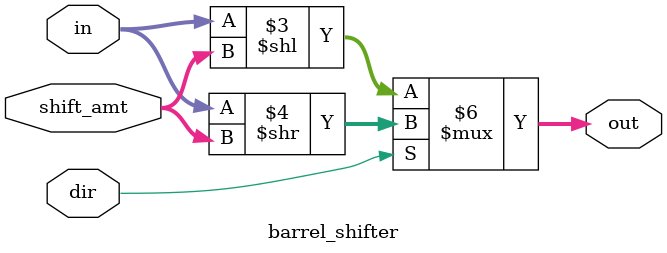
<source format=v>
module barrel_shifter (
    input [3:0] in,
    input [1:0] shift_amt,
    input dir, // 0: left, 1: right
    output reg [3:0] out
);
    always @(*) begin
        if (dir == 0)
            out = in << shift_amt;
        else
            out = in >> shift_amt;
    end
endmodule

</source>
